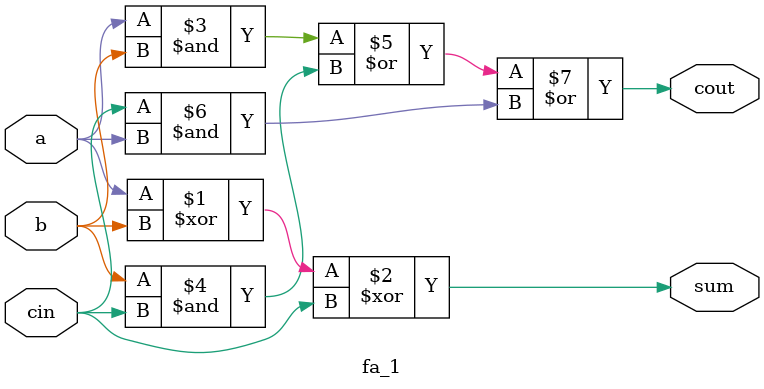
<source format=v>
`timescale 1ns / 1ps

module add_sub(
    input [3:0] a,
    input [3:0] b,
    input en,
    output [3:0] s,
    output cout
);
    wire [2:0] c;

    fa_1 u0 (.a(a[0]), .b(b[0] ^ en), .cin(en), .sum(s[0]), .cout(c[0]));
    fa_1 u1 (.a(a[1]), .b(b[1] ^ en), .cin(c[0]), .sum(s[1]), .cout(c[1]));
    fa_1 u2 (.a(a[2]), .b(b[2] ^ en), .cin(c[1]), .sum(s[2]), .cout(c[2]));
    fa_1 u3 (.a(a[3]), .b(b[3] ^ en), .cin(c[2]), .sum(s[3]), .cout(cout));
endmodule

module fa_1(
    input a,
    input b,
    input cin,
    output sum,
    output cout
);
    assign sum = a ^ b ^ cin;
    assign cout = (a & b) | (b & cin) | (cin & a);
endmodule

</source>
